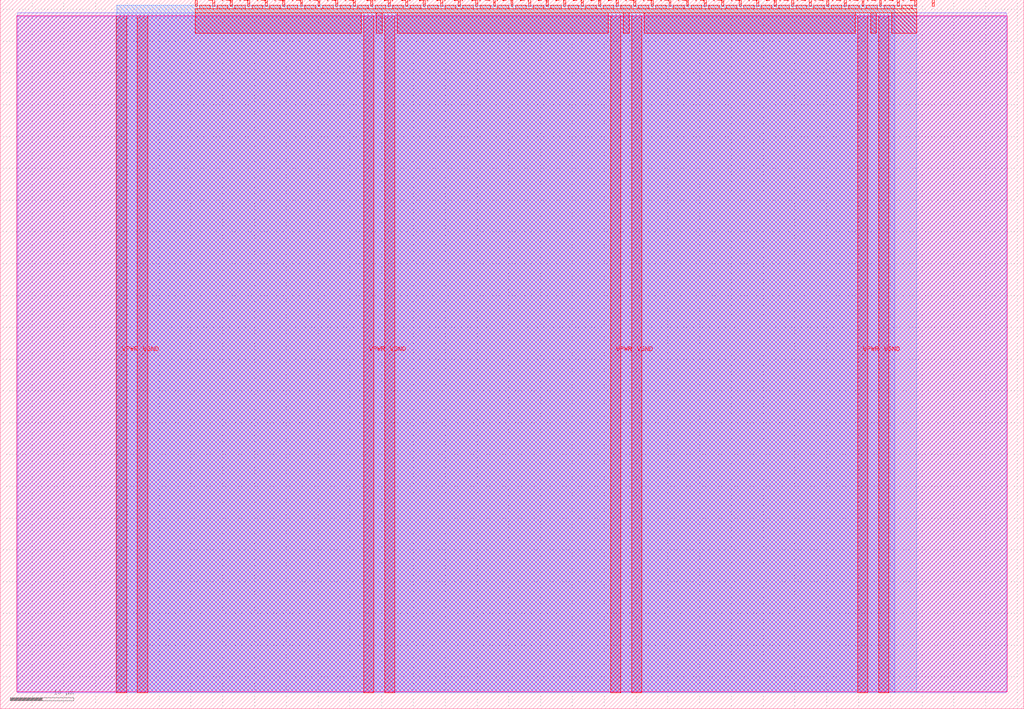
<source format=lef>
VERSION 5.7 ;
  NOWIREEXTENSIONATPIN ON ;
  DIVIDERCHAR "/" ;
  BUSBITCHARS "[]" ;
MACRO tt_um_wokwi_442977585335625729
  CLASS BLOCK ;
  FOREIGN tt_um_wokwi_442977585335625729 ;
  ORIGIN 0.000 0.000 ;
  SIZE 161.000 BY 111.520 ;
  PIN VGND
    DIRECTION INOUT ;
    USE GROUND ;
    PORT
      LAYER met4 ;
        RECT 21.580 2.480 23.180 109.040 ;
    END
    PORT
      LAYER met4 ;
        RECT 60.450 2.480 62.050 109.040 ;
    END
    PORT
      LAYER met4 ;
        RECT 99.320 2.480 100.920 109.040 ;
    END
    PORT
      LAYER met4 ;
        RECT 138.190 2.480 139.790 109.040 ;
    END
  END VGND
  PIN VPWR
    DIRECTION INOUT ;
    USE POWER ;
    PORT
      LAYER met4 ;
        RECT 18.280 2.480 19.880 109.040 ;
    END
    PORT
      LAYER met4 ;
        RECT 57.150 2.480 58.750 109.040 ;
    END
    PORT
      LAYER met4 ;
        RECT 96.020 2.480 97.620 109.040 ;
    END
    PORT
      LAYER met4 ;
        RECT 134.890 2.480 136.490 109.040 ;
    END
  END VPWR
  PIN clk
    DIRECTION INPUT ;
    USE SIGNAL ;
    ANTENNAGATEAREA 0.852000 ;
    PORT
      LAYER met4 ;
        RECT 143.830 110.520 144.130 111.520 ;
    END
  END clk
  PIN ena
    DIRECTION INPUT ;
    USE SIGNAL ;
    PORT
      LAYER met4 ;
        RECT 146.590 110.520 146.890 111.520 ;
    END
  END ena
  PIN rst_n
    DIRECTION INPUT ;
    USE SIGNAL ;
    PORT
      LAYER met4 ;
        RECT 141.070 110.520 141.370 111.520 ;
    END
  END rst_n
  PIN ui_in[0]
    DIRECTION INPUT ;
    USE SIGNAL ;
    ANTENNAGATEAREA 0.196500 ;
    PORT
      LAYER met4 ;
        RECT 138.310 110.520 138.610 111.520 ;
    END
  END ui_in[0]
  PIN ui_in[1]
    DIRECTION INPUT ;
    USE SIGNAL ;
    ANTENNAGATEAREA 0.196500 ;
    PORT
      LAYER met4 ;
        RECT 135.550 110.520 135.850 111.520 ;
    END
  END ui_in[1]
  PIN ui_in[2]
    DIRECTION INPUT ;
    USE SIGNAL ;
    ANTENNAGATEAREA 0.196500 ;
    PORT
      LAYER met4 ;
        RECT 132.790 110.520 133.090 111.520 ;
    END
  END ui_in[2]
  PIN ui_in[3]
    DIRECTION INPUT ;
    USE SIGNAL ;
    ANTENNAGATEAREA 0.196500 ;
    PORT
      LAYER met4 ;
        RECT 130.030 110.520 130.330 111.520 ;
    END
  END ui_in[3]
  PIN ui_in[4]
    DIRECTION INPUT ;
    USE SIGNAL ;
    PORT
      LAYER met4 ;
        RECT 127.270 110.520 127.570 111.520 ;
    END
  END ui_in[4]
  PIN ui_in[5]
    DIRECTION INPUT ;
    USE SIGNAL ;
    PORT
      LAYER met4 ;
        RECT 124.510 110.520 124.810 111.520 ;
    END
  END ui_in[5]
  PIN ui_in[6]
    DIRECTION INPUT ;
    USE SIGNAL ;
    ANTENNAGATEAREA 0.159000 ;
    PORT
      LAYER met4 ;
        RECT 121.750 110.520 122.050 111.520 ;
    END
  END ui_in[6]
  PIN ui_in[7]
    DIRECTION INPUT ;
    USE SIGNAL ;
    ANTENNAGATEAREA 0.159000 ;
    PORT
      LAYER met4 ;
        RECT 118.990 110.520 119.290 111.520 ;
    END
  END ui_in[7]
  PIN uio_in[0]
    DIRECTION INPUT ;
    USE SIGNAL ;
    PORT
      LAYER met4 ;
        RECT 116.230 110.520 116.530 111.520 ;
    END
  END uio_in[0]
  PIN uio_in[1]
    DIRECTION INPUT ;
    USE SIGNAL ;
    PORT
      LAYER met4 ;
        RECT 113.470 110.520 113.770 111.520 ;
    END
  END uio_in[1]
  PIN uio_in[2]
    DIRECTION INPUT ;
    USE SIGNAL ;
    PORT
      LAYER met4 ;
        RECT 110.710 110.520 111.010 111.520 ;
    END
  END uio_in[2]
  PIN uio_in[3]
    DIRECTION INPUT ;
    USE SIGNAL ;
    PORT
      LAYER met4 ;
        RECT 107.950 110.520 108.250 111.520 ;
    END
  END uio_in[3]
  PIN uio_in[4]
    DIRECTION INPUT ;
    USE SIGNAL ;
    PORT
      LAYER met4 ;
        RECT 105.190 110.520 105.490 111.520 ;
    END
  END uio_in[4]
  PIN uio_in[5]
    DIRECTION INPUT ;
    USE SIGNAL ;
    PORT
      LAYER met4 ;
        RECT 102.430 110.520 102.730 111.520 ;
    END
  END uio_in[5]
  PIN uio_in[6]
    DIRECTION INPUT ;
    USE SIGNAL ;
    PORT
      LAYER met4 ;
        RECT 99.670 110.520 99.970 111.520 ;
    END
  END uio_in[6]
  PIN uio_in[7]
    DIRECTION INPUT ;
    USE SIGNAL ;
    PORT
      LAYER met4 ;
        RECT 96.910 110.520 97.210 111.520 ;
    END
  END uio_in[7]
  PIN uio_oe[0]
    DIRECTION OUTPUT ;
    USE SIGNAL ;
    PORT
      LAYER met4 ;
        RECT 49.990 110.520 50.290 111.520 ;
    END
  END uio_oe[0]
  PIN uio_oe[1]
    DIRECTION OUTPUT ;
    USE SIGNAL ;
    PORT
      LAYER met4 ;
        RECT 47.230 110.520 47.530 111.520 ;
    END
  END uio_oe[1]
  PIN uio_oe[2]
    DIRECTION OUTPUT ;
    USE SIGNAL ;
    PORT
      LAYER met4 ;
        RECT 44.470 110.520 44.770 111.520 ;
    END
  END uio_oe[2]
  PIN uio_oe[3]
    DIRECTION OUTPUT ;
    USE SIGNAL ;
    PORT
      LAYER met4 ;
        RECT 41.710 110.520 42.010 111.520 ;
    END
  END uio_oe[3]
  PIN uio_oe[4]
    DIRECTION OUTPUT ;
    USE SIGNAL ;
    PORT
      LAYER met4 ;
        RECT 38.950 110.520 39.250 111.520 ;
    END
  END uio_oe[4]
  PIN uio_oe[5]
    DIRECTION OUTPUT ;
    USE SIGNAL ;
    PORT
      LAYER met4 ;
        RECT 36.190 110.520 36.490 111.520 ;
    END
  END uio_oe[5]
  PIN uio_oe[6]
    DIRECTION OUTPUT ;
    USE SIGNAL ;
    PORT
      LAYER met4 ;
        RECT 33.430 110.520 33.730 111.520 ;
    END
  END uio_oe[6]
  PIN uio_oe[7]
    DIRECTION OUTPUT ;
    USE SIGNAL ;
    PORT
      LAYER met4 ;
        RECT 30.670 110.520 30.970 111.520 ;
    END
  END uio_oe[7]
  PIN uio_out[0]
    DIRECTION OUTPUT ;
    USE SIGNAL ;
    PORT
      LAYER met4 ;
        RECT 72.070 110.520 72.370 111.520 ;
    END
  END uio_out[0]
  PIN uio_out[1]
    DIRECTION OUTPUT ;
    USE SIGNAL ;
    PORT
      LAYER met4 ;
        RECT 69.310 110.520 69.610 111.520 ;
    END
  END uio_out[1]
  PIN uio_out[2]
    DIRECTION OUTPUT ;
    USE SIGNAL ;
    PORT
      LAYER met4 ;
        RECT 66.550 110.520 66.850 111.520 ;
    END
  END uio_out[2]
  PIN uio_out[3]
    DIRECTION OUTPUT ;
    USE SIGNAL ;
    PORT
      LAYER met4 ;
        RECT 63.790 110.520 64.090 111.520 ;
    END
  END uio_out[3]
  PIN uio_out[4]
    DIRECTION OUTPUT ;
    USE SIGNAL ;
    PORT
      LAYER met4 ;
        RECT 61.030 110.520 61.330 111.520 ;
    END
  END uio_out[4]
  PIN uio_out[5]
    DIRECTION OUTPUT ;
    USE SIGNAL ;
    PORT
      LAYER met4 ;
        RECT 58.270 110.520 58.570 111.520 ;
    END
  END uio_out[5]
  PIN uio_out[6]
    DIRECTION OUTPUT ;
    USE SIGNAL ;
    PORT
      LAYER met4 ;
        RECT 55.510 110.520 55.810 111.520 ;
    END
  END uio_out[6]
  PIN uio_out[7]
    DIRECTION OUTPUT ;
    USE SIGNAL ;
    PORT
      LAYER met4 ;
        RECT 52.750 110.520 53.050 111.520 ;
    END
  END uio_out[7]
  PIN uo_out[0]
    DIRECTION OUTPUT ;
    USE SIGNAL ;
    ANTENNADIFFAREA 0.445500 ;
    PORT
      LAYER met4 ;
        RECT 94.150 110.520 94.450 111.520 ;
    END
  END uo_out[0]
  PIN uo_out[1]
    DIRECTION OUTPUT ;
    USE SIGNAL ;
    ANTENNADIFFAREA 0.445500 ;
    PORT
      LAYER met4 ;
        RECT 91.390 110.520 91.690 111.520 ;
    END
  END uo_out[1]
  PIN uo_out[2]
    DIRECTION OUTPUT ;
    USE SIGNAL ;
    ANTENNADIFFAREA 0.795200 ;
    PORT
      LAYER met4 ;
        RECT 88.630 110.520 88.930 111.520 ;
    END
  END uo_out[2]
  PIN uo_out[3]
    DIRECTION OUTPUT ;
    USE SIGNAL ;
    ANTENNADIFFAREA 0.445500 ;
    PORT
      LAYER met4 ;
        RECT 85.870 110.520 86.170 111.520 ;
    END
  END uo_out[3]
  PIN uo_out[4]
    DIRECTION OUTPUT ;
    USE SIGNAL ;
    ANTENNADIFFAREA 0.445500 ;
    PORT
      LAYER met4 ;
        RECT 83.110 110.520 83.410 111.520 ;
    END
  END uo_out[4]
  PIN uo_out[5]
    DIRECTION OUTPUT ;
    USE SIGNAL ;
    ANTENNADIFFAREA 0.445500 ;
    PORT
      LAYER met4 ;
        RECT 80.350 110.520 80.650 111.520 ;
    END
  END uo_out[5]
  PIN uo_out[6]
    DIRECTION OUTPUT ;
    USE SIGNAL ;
    ANTENNADIFFAREA 0.445500 ;
    PORT
      LAYER met4 ;
        RECT 77.590 110.520 77.890 111.520 ;
    END
  END uo_out[6]
  PIN uo_out[7]
    DIRECTION OUTPUT ;
    USE SIGNAL ;
    ANTENNADIFFAREA 0.445500 ;
    PORT
      LAYER met4 ;
        RECT 74.830 110.520 75.130 111.520 ;
    END
  END uo_out[7]
  OBS
      LAYER nwell ;
        RECT 2.570 2.635 158.430 108.990 ;
      LAYER li1 ;
        RECT 2.760 2.635 158.240 108.885 ;
      LAYER met1 ;
        RECT 2.760 2.480 158.240 109.440 ;
      LAYER met2 ;
        RECT 18.310 2.535 140.670 110.685 ;
      LAYER met3 ;
        RECT 18.290 2.555 144.170 110.665 ;
      LAYER met4 ;
        RECT 31.370 110.120 33.030 110.665 ;
        RECT 34.130 110.120 35.790 110.665 ;
        RECT 36.890 110.120 38.550 110.665 ;
        RECT 39.650 110.120 41.310 110.665 ;
        RECT 42.410 110.120 44.070 110.665 ;
        RECT 45.170 110.120 46.830 110.665 ;
        RECT 47.930 110.120 49.590 110.665 ;
        RECT 50.690 110.120 52.350 110.665 ;
        RECT 53.450 110.120 55.110 110.665 ;
        RECT 56.210 110.120 57.870 110.665 ;
        RECT 58.970 110.120 60.630 110.665 ;
        RECT 61.730 110.120 63.390 110.665 ;
        RECT 64.490 110.120 66.150 110.665 ;
        RECT 67.250 110.120 68.910 110.665 ;
        RECT 70.010 110.120 71.670 110.665 ;
        RECT 72.770 110.120 74.430 110.665 ;
        RECT 75.530 110.120 77.190 110.665 ;
        RECT 78.290 110.120 79.950 110.665 ;
        RECT 81.050 110.120 82.710 110.665 ;
        RECT 83.810 110.120 85.470 110.665 ;
        RECT 86.570 110.120 88.230 110.665 ;
        RECT 89.330 110.120 90.990 110.665 ;
        RECT 92.090 110.120 93.750 110.665 ;
        RECT 94.850 110.120 96.510 110.665 ;
        RECT 97.610 110.120 99.270 110.665 ;
        RECT 100.370 110.120 102.030 110.665 ;
        RECT 103.130 110.120 104.790 110.665 ;
        RECT 105.890 110.120 107.550 110.665 ;
        RECT 108.650 110.120 110.310 110.665 ;
        RECT 111.410 110.120 113.070 110.665 ;
        RECT 114.170 110.120 115.830 110.665 ;
        RECT 116.930 110.120 118.590 110.665 ;
        RECT 119.690 110.120 121.350 110.665 ;
        RECT 122.450 110.120 124.110 110.665 ;
        RECT 125.210 110.120 126.870 110.665 ;
        RECT 127.970 110.120 129.630 110.665 ;
        RECT 130.730 110.120 132.390 110.665 ;
        RECT 133.490 110.120 135.150 110.665 ;
        RECT 136.250 110.120 137.910 110.665 ;
        RECT 139.010 110.120 140.670 110.665 ;
        RECT 141.770 110.120 143.430 110.665 ;
        RECT 30.655 109.440 144.145 110.120 ;
        RECT 30.655 106.255 56.750 109.440 ;
        RECT 59.150 106.255 60.050 109.440 ;
        RECT 62.450 106.255 95.620 109.440 ;
        RECT 98.020 106.255 98.920 109.440 ;
        RECT 101.320 106.255 134.490 109.440 ;
        RECT 136.890 106.255 137.790 109.440 ;
        RECT 140.190 106.255 144.145 109.440 ;
  END
END tt_um_wokwi_442977585335625729
END LIBRARY


</source>
